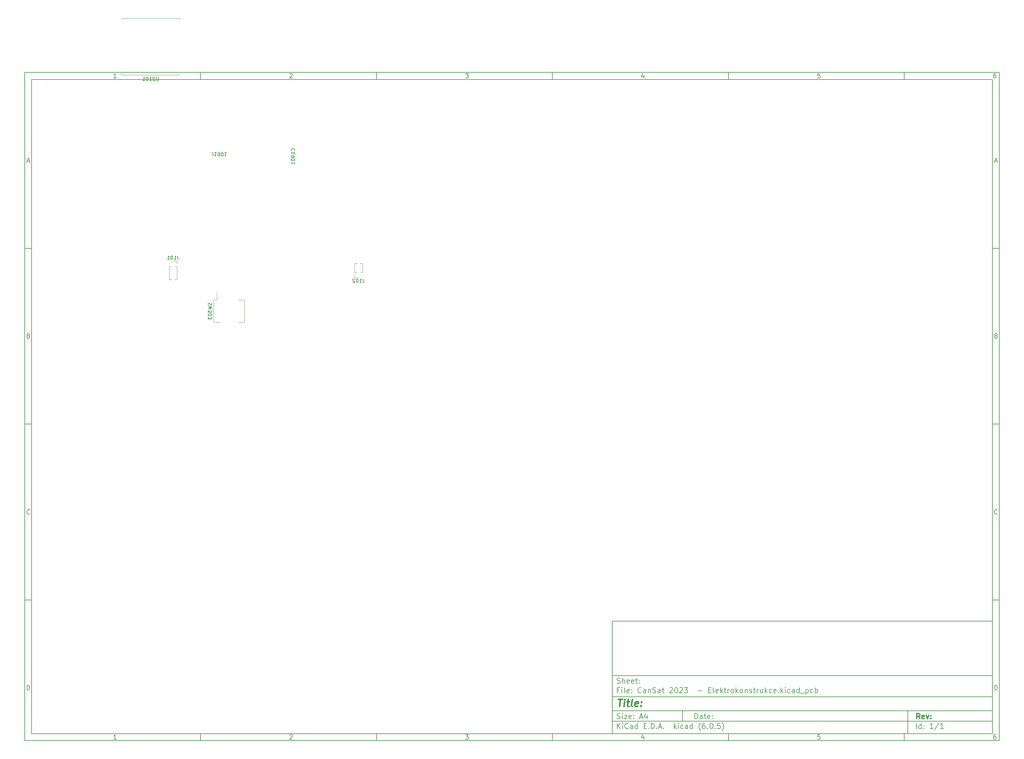
<source format=gbr>
%TF.GenerationSoftware,KiCad,Pcbnew,(6.0.5)*%
%TF.CreationDate,2022-11-07T11:26:13+01:00*%
%TF.ProjectId,CanSat 2023  - Elektrokonstrukce,43616e53-6174-4203-9230-323320202d20,rev?*%
%TF.SameCoordinates,Original*%
%TF.FileFunction,Legend,Bot*%
%TF.FilePolarity,Positive*%
%FSLAX46Y46*%
G04 Gerber Fmt 4.6, Leading zero omitted, Abs format (unit mm)*
G04 Created by KiCad (PCBNEW (6.0.5)) date 2022-11-07 11:26:13*
%MOMM*%
%LPD*%
G01*
G04 APERTURE LIST*
%ADD10C,0.100000*%
%ADD11C,0.150000*%
%ADD12C,0.300000*%
%ADD13C,0.400000*%
%ADD14C,0.120000*%
G04 APERTURE END LIST*
D10*
D11*
X177002200Y-166007200D02*
X177002200Y-198007200D01*
X285002200Y-198007200D01*
X285002200Y-166007200D01*
X177002200Y-166007200D01*
D10*
D11*
X10000000Y-10000000D02*
X10000000Y-200007200D01*
X287002200Y-200007200D01*
X287002200Y-10000000D01*
X10000000Y-10000000D01*
D10*
D11*
X12000000Y-12000000D02*
X12000000Y-198007200D01*
X285002200Y-198007200D01*
X285002200Y-12000000D01*
X12000000Y-12000000D01*
D10*
D11*
X60000000Y-12000000D02*
X60000000Y-10000000D01*
D10*
D11*
X110000000Y-12000000D02*
X110000000Y-10000000D01*
D10*
D11*
X160000000Y-12000000D02*
X160000000Y-10000000D01*
D10*
D11*
X210000000Y-12000000D02*
X210000000Y-10000000D01*
D10*
D11*
X260000000Y-12000000D02*
X260000000Y-10000000D01*
D10*
D11*
X36065476Y-11588095D02*
X35322619Y-11588095D01*
X35694047Y-11588095D02*
X35694047Y-10288095D01*
X35570238Y-10473809D01*
X35446428Y-10597619D01*
X35322619Y-10659523D01*
D10*
D11*
X85322619Y-10411904D02*
X85384523Y-10350000D01*
X85508333Y-10288095D01*
X85817857Y-10288095D01*
X85941666Y-10350000D01*
X86003571Y-10411904D01*
X86065476Y-10535714D01*
X86065476Y-10659523D01*
X86003571Y-10845238D01*
X85260714Y-11588095D01*
X86065476Y-11588095D01*
D10*
D11*
X135260714Y-10288095D02*
X136065476Y-10288095D01*
X135632142Y-10783333D01*
X135817857Y-10783333D01*
X135941666Y-10845238D01*
X136003571Y-10907142D01*
X136065476Y-11030952D01*
X136065476Y-11340476D01*
X136003571Y-11464285D01*
X135941666Y-11526190D01*
X135817857Y-11588095D01*
X135446428Y-11588095D01*
X135322619Y-11526190D01*
X135260714Y-11464285D01*
D10*
D11*
X185941666Y-10721428D02*
X185941666Y-11588095D01*
X185632142Y-10226190D02*
X185322619Y-11154761D01*
X186127380Y-11154761D01*
D10*
D11*
X236003571Y-10288095D02*
X235384523Y-10288095D01*
X235322619Y-10907142D01*
X235384523Y-10845238D01*
X235508333Y-10783333D01*
X235817857Y-10783333D01*
X235941666Y-10845238D01*
X236003571Y-10907142D01*
X236065476Y-11030952D01*
X236065476Y-11340476D01*
X236003571Y-11464285D01*
X235941666Y-11526190D01*
X235817857Y-11588095D01*
X235508333Y-11588095D01*
X235384523Y-11526190D01*
X235322619Y-11464285D01*
D10*
D11*
X285941666Y-10288095D02*
X285694047Y-10288095D01*
X285570238Y-10350000D01*
X285508333Y-10411904D01*
X285384523Y-10597619D01*
X285322619Y-10845238D01*
X285322619Y-11340476D01*
X285384523Y-11464285D01*
X285446428Y-11526190D01*
X285570238Y-11588095D01*
X285817857Y-11588095D01*
X285941666Y-11526190D01*
X286003571Y-11464285D01*
X286065476Y-11340476D01*
X286065476Y-11030952D01*
X286003571Y-10907142D01*
X285941666Y-10845238D01*
X285817857Y-10783333D01*
X285570238Y-10783333D01*
X285446428Y-10845238D01*
X285384523Y-10907142D01*
X285322619Y-11030952D01*
D10*
D11*
X60000000Y-198007200D02*
X60000000Y-200007200D01*
D10*
D11*
X110000000Y-198007200D02*
X110000000Y-200007200D01*
D10*
D11*
X160000000Y-198007200D02*
X160000000Y-200007200D01*
D10*
D11*
X210000000Y-198007200D02*
X210000000Y-200007200D01*
D10*
D11*
X260000000Y-198007200D02*
X260000000Y-200007200D01*
D10*
D11*
X36065476Y-199595295D02*
X35322619Y-199595295D01*
X35694047Y-199595295D02*
X35694047Y-198295295D01*
X35570238Y-198481009D01*
X35446428Y-198604819D01*
X35322619Y-198666723D01*
D10*
D11*
X85322619Y-198419104D02*
X85384523Y-198357200D01*
X85508333Y-198295295D01*
X85817857Y-198295295D01*
X85941666Y-198357200D01*
X86003571Y-198419104D01*
X86065476Y-198542914D01*
X86065476Y-198666723D01*
X86003571Y-198852438D01*
X85260714Y-199595295D01*
X86065476Y-199595295D01*
D10*
D11*
X135260714Y-198295295D02*
X136065476Y-198295295D01*
X135632142Y-198790533D01*
X135817857Y-198790533D01*
X135941666Y-198852438D01*
X136003571Y-198914342D01*
X136065476Y-199038152D01*
X136065476Y-199347676D01*
X136003571Y-199471485D01*
X135941666Y-199533390D01*
X135817857Y-199595295D01*
X135446428Y-199595295D01*
X135322619Y-199533390D01*
X135260714Y-199471485D01*
D10*
D11*
X185941666Y-198728628D02*
X185941666Y-199595295D01*
X185632142Y-198233390D02*
X185322619Y-199161961D01*
X186127380Y-199161961D01*
D10*
D11*
X236003571Y-198295295D02*
X235384523Y-198295295D01*
X235322619Y-198914342D01*
X235384523Y-198852438D01*
X235508333Y-198790533D01*
X235817857Y-198790533D01*
X235941666Y-198852438D01*
X236003571Y-198914342D01*
X236065476Y-199038152D01*
X236065476Y-199347676D01*
X236003571Y-199471485D01*
X235941666Y-199533390D01*
X235817857Y-199595295D01*
X235508333Y-199595295D01*
X235384523Y-199533390D01*
X235322619Y-199471485D01*
D10*
D11*
X285941666Y-198295295D02*
X285694047Y-198295295D01*
X285570238Y-198357200D01*
X285508333Y-198419104D01*
X285384523Y-198604819D01*
X285322619Y-198852438D01*
X285322619Y-199347676D01*
X285384523Y-199471485D01*
X285446428Y-199533390D01*
X285570238Y-199595295D01*
X285817857Y-199595295D01*
X285941666Y-199533390D01*
X286003571Y-199471485D01*
X286065476Y-199347676D01*
X286065476Y-199038152D01*
X286003571Y-198914342D01*
X285941666Y-198852438D01*
X285817857Y-198790533D01*
X285570238Y-198790533D01*
X285446428Y-198852438D01*
X285384523Y-198914342D01*
X285322619Y-199038152D01*
D10*
D11*
X10000000Y-60000000D02*
X12000000Y-60000000D01*
D10*
D11*
X10000000Y-110000000D02*
X12000000Y-110000000D01*
D10*
D11*
X10000000Y-160000000D02*
X12000000Y-160000000D01*
D10*
D11*
X10690476Y-35216666D02*
X11309523Y-35216666D01*
X10566666Y-35588095D02*
X11000000Y-34288095D01*
X11433333Y-35588095D01*
D10*
D11*
X11092857Y-84907142D02*
X11278571Y-84969047D01*
X11340476Y-85030952D01*
X11402380Y-85154761D01*
X11402380Y-85340476D01*
X11340476Y-85464285D01*
X11278571Y-85526190D01*
X11154761Y-85588095D01*
X10659523Y-85588095D01*
X10659523Y-84288095D01*
X11092857Y-84288095D01*
X11216666Y-84350000D01*
X11278571Y-84411904D01*
X11340476Y-84535714D01*
X11340476Y-84659523D01*
X11278571Y-84783333D01*
X11216666Y-84845238D01*
X11092857Y-84907142D01*
X10659523Y-84907142D01*
D10*
D11*
X11402380Y-135464285D02*
X11340476Y-135526190D01*
X11154761Y-135588095D01*
X11030952Y-135588095D01*
X10845238Y-135526190D01*
X10721428Y-135402380D01*
X10659523Y-135278571D01*
X10597619Y-135030952D01*
X10597619Y-134845238D01*
X10659523Y-134597619D01*
X10721428Y-134473809D01*
X10845238Y-134350000D01*
X11030952Y-134288095D01*
X11154761Y-134288095D01*
X11340476Y-134350000D01*
X11402380Y-134411904D01*
D10*
D11*
X10659523Y-185588095D02*
X10659523Y-184288095D01*
X10969047Y-184288095D01*
X11154761Y-184350000D01*
X11278571Y-184473809D01*
X11340476Y-184597619D01*
X11402380Y-184845238D01*
X11402380Y-185030952D01*
X11340476Y-185278571D01*
X11278571Y-185402380D01*
X11154761Y-185526190D01*
X10969047Y-185588095D01*
X10659523Y-185588095D01*
D10*
D11*
X287002200Y-60000000D02*
X285002200Y-60000000D01*
D10*
D11*
X287002200Y-110000000D02*
X285002200Y-110000000D01*
D10*
D11*
X287002200Y-160000000D02*
X285002200Y-160000000D01*
D10*
D11*
X285692676Y-35216666D02*
X286311723Y-35216666D01*
X285568866Y-35588095D02*
X286002200Y-34288095D01*
X286435533Y-35588095D01*
D10*
D11*
X286095057Y-84907142D02*
X286280771Y-84969047D01*
X286342676Y-85030952D01*
X286404580Y-85154761D01*
X286404580Y-85340476D01*
X286342676Y-85464285D01*
X286280771Y-85526190D01*
X286156961Y-85588095D01*
X285661723Y-85588095D01*
X285661723Y-84288095D01*
X286095057Y-84288095D01*
X286218866Y-84350000D01*
X286280771Y-84411904D01*
X286342676Y-84535714D01*
X286342676Y-84659523D01*
X286280771Y-84783333D01*
X286218866Y-84845238D01*
X286095057Y-84907142D01*
X285661723Y-84907142D01*
D10*
D11*
X286404580Y-135464285D02*
X286342676Y-135526190D01*
X286156961Y-135588095D01*
X286033152Y-135588095D01*
X285847438Y-135526190D01*
X285723628Y-135402380D01*
X285661723Y-135278571D01*
X285599819Y-135030952D01*
X285599819Y-134845238D01*
X285661723Y-134597619D01*
X285723628Y-134473809D01*
X285847438Y-134350000D01*
X286033152Y-134288095D01*
X286156961Y-134288095D01*
X286342676Y-134350000D01*
X286404580Y-134411904D01*
D10*
D11*
X285661723Y-185588095D02*
X285661723Y-184288095D01*
X285971247Y-184288095D01*
X286156961Y-184350000D01*
X286280771Y-184473809D01*
X286342676Y-184597619D01*
X286404580Y-184845238D01*
X286404580Y-185030952D01*
X286342676Y-185278571D01*
X286280771Y-185402380D01*
X286156961Y-185526190D01*
X285971247Y-185588095D01*
X285661723Y-185588095D01*
D10*
D11*
X200434342Y-193785771D02*
X200434342Y-192285771D01*
X200791485Y-192285771D01*
X201005771Y-192357200D01*
X201148628Y-192500057D01*
X201220057Y-192642914D01*
X201291485Y-192928628D01*
X201291485Y-193142914D01*
X201220057Y-193428628D01*
X201148628Y-193571485D01*
X201005771Y-193714342D01*
X200791485Y-193785771D01*
X200434342Y-193785771D01*
X202577200Y-193785771D02*
X202577200Y-193000057D01*
X202505771Y-192857200D01*
X202362914Y-192785771D01*
X202077200Y-192785771D01*
X201934342Y-192857200D01*
X202577200Y-193714342D02*
X202434342Y-193785771D01*
X202077200Y-193785771D01*
X201934342Y-193714342D01*
X201862914Y-193571485D01*
X201862914Y-193428628D01*
X201934342Y-193285771D01*
X202077200Y-193214342D01*
X202434342Y-193214342D01*
X202577200Y-193142914D01*
X203077200Y-192785771D02*
X203648628Y-192785771D01*
X203291485Y-192285771D02*
X203291485Y-193571485D01*
X203362914Y-193714342D01*
X203505771Y-193785771D01*
X203648628Y-193785771D01*
X204720057Y-193714342D02*
X204577200Y-193785771D01*
X204291485Y-193785771D01*
X204148628Y-193714342D01*
X204077200Y-193571485D01*
X204077200Y-193000057D01*
X204148628Y-192857200D01*
X204291485Y-192785771D01*
X204577200Y-192785771D01*
X204720057Y-192857200D01*
X204791485Y-193000057D01*
X204791485Y-193142914D01*
X204077200Y-193285771D01*
X205434342Y-193642914D02*
X205505771Y-193714342D01*
X205434342Y-193785771D01*
X205362914Y-193714342D01*
X205434342Y-193642914D01*
X205434342Y-193785771D01*
X205434342Y-192857200D02*
X205505771Y-192928628D01*
X205434342Y-193000057D01*
X205362914Y-192928628D01*
X205434342Y-192857200D01*
X205434342Y-193000057D01*
D10*
D11*
X177002200Y-194507200D02*
X285002200Y-194507200D01*
D10*
D11*
X178434342Y-196585771D02*
X178434342Y-195085771D01*
X179291485Y-196585771D02*
X178648628Y-195728628D01*
X179291485Y-195085771D02*
X178434342Y-195942914D01*
X179934342Y-196585771D02*
X179934342Y-195585771D01*
X179934342Y-195085771D02*
X179862914Y-195157200D01*
X179934342Y-195228628D01*
X180005771Y-195157200D01*
X179934342Y-195085771D01*
X179934342Y-195228628D01*
X181505771Y-196442914D02*
X181434342Y-196514342D01*
X181220057Y-196585771D01*
X181077200Y-196585771D01*
X180862914Y-196514342D01*
X180720057Y-196371485D01*
X180648628Y-196228628D01*
X180577200Y-195942914D01*
X180577200Y-195728628D01*
X180648628Y-195442914D01*
X180720057Y-195300057D01*
X180862914Y-195157200D01*
X181077200Y-195085771D01*
X181220057Y-195085771D01*
X181434342Y-195157200D01*
X181505771Y-195228628D01*
X182791485Y-196585771D02*
X182791485Y-195800057D01*
X182720057Y-195657200D01*
X182577200Y-195585771D01*
X182291485Y-195585771D01*
X182148628Y-195657200D01*
X182791485Y-196514342D02*
X182648628Y-196585771D01*
X182291485Y-196585771D01*
X182148628Y-196514342D01*
X182077200Y-196371485D01*
X182077200Y-196228628D01*
X182148628Y-196085771D01*
X182291485Y-196014342D01*
X182648628Y-196014342D01*
X182791485Y-195942914D01*
X184148628Y-196585771D02*
X184148628Y-195085771D01*
X184148628Y-196514342D02*
X184005771Y-196585771D01*
X183720057Y-196585771D01*
X183577200Y-196514342D01*
X183505771Y-196442914D01*
X183434342Y-196300057D01*
X183434342Y-195871485D01*
X183505771Y-195728628D01*
X183577200Y-195657200D01*
X183720057Y-195585771D01*
X184005771Y-195585771D01*
X184148628Y-195657200D01*
X186005771Y-195800057D02*
X186505771Y-195800057D01*
X186720057Y-196585771D02*
X186005771Y-196585771D01*
X186005771Y-195085771D01*
X186720057Y-195085771D01*
X187362914Y-196442914D02*
X187434342Y-196514342D01*
X187362914Y-196585771D01*
X187291485Y-196514342D01*
X187362914Y-196442914D01*
X187362914Y-196585771D01*
X188077200Y-196585771D02*
X188077200Y-195085771D01*
X188434342Y-195085771D01*
X188648628Y-195157200D01*
X188791485Y-195300057D01*
X188862914Y-195442914D01*
X188934342Y-195728628D01*
X188934342Y-195942914D01*
X188862914Y-196228628D01*
X188791485Y-196371485D01*
X188648628Y-196514342D01*
X188434342Y-196585771D01*
X188077200Y-196585771D01*
X189577200Y-196442914D02*
X189648628Y-196514342D01*
X189577200Y-196585771D01*
X189505771Y-196514342D01*
X189577200Y-196442914D01*
X189577200Y-196585771D01*
X190220057Y-196157200D02*
X190934342Y-196157200D01*
X190077200Y-196585771D02*
X190577200Y-195085771D01*
X191077200Y-196585771D01*
X191577200Y-196442914D02*
X191648628Y-196514342D01*
X191577200Y-196585771D01*
X191505771Y-196514342D01*
X191577200Y-196442914D01*
X191577200Y-196585771D01*
X194577200Y-196585771D02*
X194577200Y-195085771D01*
X194720057Y-196014342D02*
X195148628Y-196585771D01*
X195148628Y-195585771D02*
X194577200Y-196157200D01*
X195791485Y-196585771D02*
X195791485Y-195585771D01*
X195791485Y-195085771D02*
X195720057Y-195157200D01*
X195791485Y-195228628D01*
X195862914Y-195157200D01*
X195791485Y-195085771D01*
X195791485Y-195228628D01*
X197148628Y-196514342D02*
X197005771Y-196585771D01*
X196720057Y-196585771D01*
X196577200Y-196514342D01*
X196505771Y-196442914D01*
X196434342Y-196300057D01*
X196434342Y-195871485D01*
X196505771Y-195728628D01*
X196577200Y-195657200D01*
X196720057Y-195585771D01*
X197005771Y-195585771D01*
X197148628Y-195657200D01*
X198434342Y-196585771D02*
X198434342Y-195800057D01*
X198362914Y-195657200D01*
X198220057Y-195585771D01*
X197934342Y-195585771D01*
X197791485Y-195657200D01*
X198434342Y-196514342D02*
X198291485Y-196585771D01*
X197934342Y-196585771D01*
X197791485Y-196514342D01*
X197720057Y-196371485D01*
X197720057Y-196228628D01*
X197791485Y-196085771D01*
X197934342Y-196014342D01*
X198291485Y-196014342D01*
X198434342Y-195942914D01*
X199791485Y-196585771D02*
X199791485Y-195085771D01*
X199791485Y-196514342D02*
X199648628Y-196585771D01*
X199362914Y-196585771D01*
X199220057Y-196514342D01*
X199148628Y-196442914D01*
X199077200Y-196300057D01*
X199077200Y-195871485D01*
X199148628Y-195728628D01*
X199220057Y-195657200D01*
X199362914Y-195585771D01*
X199648628Y-195585771D01*
X199791485Y-195657200D01*
X202077200Y-197157200D02*
X202005771Y-197085771D01*
X201862914Y-196871485D01*
X201791485Y-196728628D01*
X201720057Y-196514342D01*
X201648628Y-196157200D01*
X201648628Y-195871485D01*
X201720057Y-195514342D01*
X201791485Y-195300057D01*
X201862914Y-195157200D01*
X202005771Y-194942914D01*
X202077200Y-194871485D01*
X203291485Y-195085771D02*
X203005771Y-195085771D01*
X202862914Y-195157200D01*
X202791485Y-195228628D01*
X202648628Y-195442914D01*
X202577200Y-195728628D01*
X202577200Y-196300057D01*
X202648628Y-196442914D01*
X202720057Y-196514342D01*
X202862914Y-196585771D01*
X203148628Y-196585771D01*
X203291485Y-196514342D01*
X203362914Y-196442914D01*
X203434342Y-196300057D01*
X203434342Y-195942914D01*
X203362914Y-195800057D01*
X203291485Y-195728628D01*
X203148628Y-195657200D01*
X202862914Y-195657200D01*
X202720057Y-195728628D01*
X202648628Y-195800057D01*
X202577200Y-195942914D01*
X204077200Y-196442914D02*
X204148628Y-196514342D01*
X204077200Y-196585771D01*
X204005771Y-196514342D01*
X204077200Y-196442914D01*
X204077200Y-196585771D01*
X205077200Y-195085771D02*
X205220057Y-195085771D01*
X205362914Y-195157200D01*
X205434342Y-195228628D01*
X205505771Y-195371485D01*
X205577200Y-195657200D01*
X205577200Y-196014342D01*
X205505771Y-196300057D01*
X205434342Y-196442914D01*
X205362914Y-196514342D01*
X205220057Y-196585771D01*
X205077200Y-196585771D01*
X204934342Y-196514342D01*
X204862914Y-196442914D01*
X204791485Y-196300057D01*
X204720057Y-196014342D01*
X204720057Y-195657200D01*
X204791485Y-195371485D01*
X204862914Y-195228628D01*
X204934342Y-195157200D01*
X205077200Y-195085771D01*
X206220057Y-196442914D02*
X206291485Y-196514342D01*
X206220057Y-196585771D01*
X206148628Y-196514342D01*
X206220057Y-196442914D01*
X206220057Y-196585771D01*
X207648628Y-195085771D02*
X206934342Y-195085771D01*
X206862914Y-195800057D01*
X206934342Y-195728628D01*
X207077200Y-195657200D01*
X207434342Y-195657200D01*
X207577200Y-195728628D01*
X207648628Y-195800057D01*
X207720057Y-195942914D01*
X207720057Y-196300057D01*
X207648628Y-196442914D01*
X207577200Y-196514342D01*
X207434342Y-196585771D01*
X207077200Y-196585771D01*
X206934342Y-196514342D01*
X206862914Y-196442914D01*
X208220057Y-197157200D02*
X208291485Y-197085771D01*
X208434342Y-196871485D01*
X208505771Y-196728628D01*
X208577200Y-196514342D01*
X208648628Y-196157200D01*
X208648628Y-195871485D01*
X208577200Y-195514342D01*
X208505771Y-195300057D01*
X208434342Y-195157200D01*
X208291485Y-194942914D01*
X208220057Y-194871485D01*
D10*
D11*
X177002200Y-191507200D02*
X285002200Y-191507200D01*
D10*
D12*
X264411485Y-193785771D02*
X263911485Y-193071485D01*
X263554342Y-193785771D02*
X263554342Y-192285771D01*
X264125771Y-192285771D01*
X264268628Y-192357200D01*
X264340057Y-192428628D01*
X264411485Y-192571485D01*
X264411485Y-192785771D01*
X264340057Y-192928628D01*
X264268628Y-193000057D01*
X264125771Y-193071485D01*
X263554342Y-193071485D01*
X265625771Y-193714342D02*
X265482914Y-193785771D01*
X265197200Y-193785771D01*
X265054342Y-193714342D01*
X264982914Y-193571485D01*
X264982914Y-193000057D01*
X265054342Y-192857200D01*
X265197200Y-192785771D01*
X265482914Y-192785771D01*
X265625771Y-192857200D01*
X265697200Y-193000057D01*
X265697200Y-193142914D01*
X264982914Y-193285771D01*
X266197200Y-192785771D02*
X266554342Y-193785771D01*
X266911485Y-192785771D01*
X267482914Y-193642914D02*
X267554342Y-193714342D01*
X267482914Y-193785771D01*
X267411485Y-193714342D01*
X267482914Y-193642914D01*
X267482914Y-193785771D01*
X267482914Y-192857200D02*
X267554342Y-192928628D01*
X267482914Y-193000057D01*
X267411485Y-192928628D01*
X267482914Y-192857200D01*
X267482914Y-193000057D01*
D10*
D11*
X178362914Y-193714342D02*
X178577200Y-193785771D01*
X178934342Y-193785771D01*
X179077200Y-193714342D01*
X179148628Y-193642914D01*
X179220057Y-193500057D01*
X179220057Y-193357200D01*
X179148628Y-193214342D01*
X179077200Y-193142914D01*
X178934342Y-193071485D01*
X178648628Y-193000057D01*
X178505771Y-192928628D01*
X178434342Y-192857200D01*
X178362914Y-192714342D01*
X178362914Y-192571485D01*
X178434342Y-192428628D01*
X178505771Y-192357200D01*
X178648628Y-192285771D01*
X179005771Y-192285771D01*
X179220057Y-192357200D01*
X179862914Y-193785771D02*
X179862914Y-192785771D01*
X179862914Y-192285771D02*
X179791485Y-192357200D01*
X179862914Y-192428628D01*
X179934342Y-192357200D01*
X179862914Y-192285771D01*
X179862914Y-192428628D01*
X180434342Y-192785771D02*
X181220057Y-192785771D01*
X180434342Y-193785771D01*
X181220057Y-193785771D01*
X182362914Y-193714342D02*
X182220057Y-193785771D01*
X181934342Y-193785771D01*
X181791485Y-193714342D01*
X181720057Y-193571485D01*
X181720057Y-193000057D01*
X181791485Y-192857200D01*
X181934342Y-192785771D01*
X182220057Y-192785771D01*
X182362914Y-192857200D01*
X182434342Y-193000057D01*
X182434342Y-193142914D01*
X181720057Y-193285771D01*
X183077200Y-193642914D02*
X183148628Y-193714342D01*
X183077200Y-193785771D01*
X183005771Y-193714342D01*
X183077200Y-193642914D01*
X183077200Y-193785771D01*
X183077200Y-192857200D02*
X183148628Y-192928628D01*
X183077200Y-193000057D01*
X183005771Y-192928628D01*
X183077200Y-192857200D01*
X183077200Y-193000057D01*
X184862914Y-193357200D02*
X185577200Y-193357200D01*
X184720057Y-193785771D02*
X185220057Y-192285771D01*
X185720057Y-193785771D01*
X186862914Y-192785771D02*
X186862914Y-193785771D01*
X186505771Y-192214342D02*
X186148628Y-193285771D01*
X187077200Y-193285771D01*
D10*
D11*
X263434342Y-196585771D02*
X263434342Y-195085771D01*
X264791485Y-196585771D02*
X264791485Y-195085771D01*
X264791485Y-196514342D02*
X264648628Y-196585771D01*
X264362914Y-196585771D01*
X264220057Y-196514342D01*
X264148628Y-196442914D01*
X264077200Y-196300057D01*
X264077200Y-195871485D01*
X264148628Y-195728628D01*
X264220057Y-195657200D01*
X264362914Y-195585771D01*
X264648628Y-195585771D01*
X264791485Y-195657200D01*
X265505771Y-196442914D02*
X265577200Y-196514342D01*
X265505771Y-196585771D01*
X265434342Y-196514342D01*
X265505771Y-196442914D01*
X265505771Y-196585771D01*
X265505771Y-195657200D02*
X265577200Y-195728628D01*
X265505771Y-195800057D01*
X265434342Y-195728628D01*
X265505771Y-195657200D01*
X265505771Y-195800057D01*
X268148628Y-196585771D02*
X267291485Y-196585771D01*
X267720057Y-196585771D02*
X267720057Y-195085771D01*
X267577200Y-195300057D01*
X267434342Y-195442914D01*
X267291485Y-195514342D01*
X269862914Y-195014342D02*
X268577200Y-196942914D01*
X271148628Y-196585771D02*
X270291485Y-196585771D01*
X270720057Y-196585771D02*
X270720057Y-195085771D01*
X270577200Y-195300057D01*
X270434342Y-195442914D01*
X270291485Y-195514342D01*
D10*
D11*
X177002200Y-187507200D02*
X285002200Y-187507200D01*
D10*
D13*
X178714580Y-188211961D02*
X179857438Y-188211961D01*
X179036009Y-190211961D02*
X179286009Y-188211961D01*
X180274104Y-190211961D02*
X180440771Y-188878628D01*
X180524104Y-188211961D02*
X180416961Y-188307200D01*
X180500295Y-188402438D01*
X180607438Y-188307200D01*
X180524104Y-188211961D01*
X180500295Y-188402438D01*
X181107438Y-188878628D02*
X181869342Y-188878628D01*
X181476485Y-188211961D02*
X181262200Y-189926247D01*
X181333628Y-190116723D01*
X181512200Y-190211961D01*
X181702676Y-190211961D01*
X182655057Y-190211961D02*
X182476485Y-190116723D01*
X182405057Y-189926247D01*
X182619342Y-188211961D01*
X184190771Y-190116723D02*
X183988390Y-190211961D01*
X183607438Y-190211961D01*
X183428866Y-190116723D01*
X183357438Y-189926247D01*
X183452676Y-189164342D01*
X183571723Y-188973866D01*
X183774104Y-188878628D01*
X184155057Y-188878628D01*
X184333628Y-188973866D01*
X184405057Y-189164342D01*
X184381247Y-189354819D01*
X183405057Y-189545295D01*
X185155057Y-190021485D02*
X185238390Y-190116723D01*
X185131247Y-190211961D01*
X185047914Y-190116723D01*
X185155057Y-190021485D01*
X185131247Y-190211961D01*
X185286009Y-188973866D02*
X185369342Y-189069104D01*
X185262200Y-189164342D01*
X185178866Y-189069104D01*
X185286009Y-188973866D01*
X185262200Y-189164342D01*
D10*
D11*
X178934342Y-185600057D02*
X178434342Y-185600057D01*
X178434342Y-186385771D02*
X178434342Y-184885771D01*
X179148628Y-184885771D01*
X179720057Y-186385771D02*
X179720057Y-185385771D01*
X179720057Y-184885771D02*
X179648628Y-184957200D01*
X179720057Y-185028628D01*
X179791485Y-184957200D01*
X179720057Y-184885771D01*
X179720057Y-185028628D01*
X180648628Y-186385771D02*
X180505771Y-186314342D01*
X180434342Y-186171485D01*
X180434342Y-184885771D01*
X181791485Y-186314342D02*
X181648628Y-186385771D01*
X181362914Y-186385771D01*
X181220057Y-186314342D01*
X181148628Y-186171485D01*
X181148628Y-185600057D01*
X181220057Y-185457200D01*
X181362914Y-185385771D01*
X181648628Y-185385771D01*
X181791485Y-185457200D01*
X181862914Y-185600057D01*
X181862914Y-185742914D01*
X181148628Y-185885771D01*
X182505771Y-186242914D02*
X182577200Y-186314342D01*
X182505771Y-186385771D01*
X182434342Y-186314342D01*
X182505771Y-186242914D01*
X182505771Y-186385771D01*
X182505771Y-185457200D02*
X182577200Y-185528628D01*
X182505771Y-185600057D01*
X182434342Y-185528628D01*
X182505771Y-185457200D01*
X182505771Y-185600057D01*
X185220057Y-186242914D02*
X185148628Y-186314342D01*
X184934342Y-186385771D01*
X184791485Y-186385771D01*
X184577200Y-186314342D01*
X184434342Y-186171485D01*
X184362914Y-186028628D01*
X184291485Y-185742914D01*
X184291485Y-185528628D01*
X184362914Y-185242914D01*
X184434342Y-185100057D01*
X184577200Y-184957200D01*
X184791485Y-184885771D01*
X184934342Y-184885771D01*
X185148628Y-184957200D01*
X185220057Y-185028628D01*
X186505771Y-186385771D02*
X186505771Y-185600057D01*
X186434342Y-185457200D01*
X186291485Y-185385771D01*
X186005771Y-185385771D01*
X185862914Y-185457200D01*
X186505771Y-186314342D02*
X186362914Y-186385771D01*
X186005771Y-186385771D01*
X185862914Y-186314342D01*
X185791485Y-186171485D01*
X185791485Y-186028628D01*
X185862914Y-185885771D01*
X186005771Y-185814342D01*
X186362914Y-185814342D01*
X186505771Y-185742914D01*
X187220057Y-185385771D02*
X187220057Y-186385771D01*
X187220057Y-185528628D02*
X187291485Y-185457200D01*
X187434342Y-185385771D01*
X187648628Y-185385771D01*
X187791485Y-185457200D01*
X187862914Y-185600057D01*
X187862914Y-186385771D01*
X188505771Y-186314342D02*
X188720057Y-186385771D01*
X189077200Y-186385771D01*
X189220057Y-186314342D01*
X189291485Y-186242914D01*
X189362914Y-186100057D01*
X189362914Y-185957200D01*
X189291485Y-185814342D01*
X189220057Y-185742914D01*
X189077200Y-185671485D01*
X188791485Y-185600057D01*
X188648628Y-185528628D01*
X188577200Y-185457200D01*
X188505771Y-185314342D01*
X188505771Y-185171485D01*
X188577200Y-185028628D01*
X188648628Y-184957200D01*
X188791485Y-184885771D01*
X189148628Y-184885771D01*
X189362914Y-184957200D01*
X190648628Y-186385771D02*
X190648628Y-185600057D01*
X190577200Y-185457200D01*
X190434342Y-185385771D01*
X190148628Y-185385771D01*
X190005771Y-185457200D01*
X190648628Y-186314342D02*
X190505771Y-186385771D01*
X190148628Y-186385771D01*
X190005771Y-186314342D01*
X189934342Y-186171485D01*
X189934342Y-186028628D01*
X190005771Y-185885771D01*
X190148628Y-185814342D01*
X190505771Y-185814342D01*
X190648628Y-185742914D01*
X191148628Y-185385771D02*
X191720057Y-185385771D01*
X191362914Y-184885771D02*
X191362914Y-186171485D01*
X191434342Y-186314342D01*
X191577200Y-186385771D01*
X191720057Y-186385771D01*
X193291485Y-185028628D02*
X193362914Y-184957200D01*
X193505771Y-184885771D01*
X193862914Y-184885771D01*
X194005771Y-184957200D01*
X194077200Y-185028628D01*
X194148628Y-185171485D01*
X194148628Y-185314342D01*
X194077200Y-185528628D01*
X193220057Y-186385771D01*
X194148628Y-186385771D01*
X195077200Y-184885771D02*
X195220057Y-184885771D01*
X195362914Y-184957200D01*
X195434342Y-185028628D01*
X195505771Y-185171485D01*
X195577200Y-185457200D01*
X195577200Y-185814342D01*
X195505771Y-186100057D01*
X195434342Y-186242914D01*
X195362914Y-186314342D01*
X195220057Y-186385771D01*
X195077200Y-186385771D01*
X194934342Y-186314342D01*
X194862914Y-186242914D01*
X194791485Y-186100057D01*
X194720057Y-185814342D01*
X194720057Y-185457200D01*
X194791485Y-185171485D01*
X194862914Y-185028628D01*
X194934342Y-184957200D01*
X195077200Y-184885771D01*
X196148628Y-185028628D02*
X196220057Y-184957200D01*
X196362914Y-184885771D01*
X196720057Y-184885771D01*
X196862914Y-184957200D01*
X196934342Y-185028628D01*
X197005771Y-185171485D01*
X197005771Y-185314342D01*
X196934342Y-185528628D01*
X196077200Y-186385771D01*
X197005771Y-186385771D01*
X197505771Y-184885771D02*
X198434342Y-184885771D01*
X197934342Y-185457200D01*
X198148628Y-185457200D01*
X198291485Y-185528628D01*
X198362914Y-185600057D01*
X198434342Y-185742914D01*
X198434342Y-186100057D01*
X198362914Y-186242914D01*
X198291485Y-186314342D01*
X198148628Y-186385771D01*
X197720057Y-186385771D01*
X197577200Y-186314342D01*
X197505771Y-186242914D01*
X201362914Y-185814342D02*
X202505771Y-185814342D01*
X204362914Y-185600057D02*
X204862914Y-185600057D01*
X205077200Y-186385771D02*
X204362914Y-186385771D01*
X204362914Y-184885771D01*
X205077200Y-184885771D01*
X205934342Y-186385771D02*
X205791485Y-186314342D01*
X205720057Y-186171485D01*
X205720057Y-184885771D01*
X207077200Y-186314342D02*
X206934342Y-186385771D01*
X206648628Y-186385771D01*
X206505771Y-186314342D01*
X206434342Y-186171485D01*
X206434342Y-185600057D01*
X206505771Y-185457200D01*
X206648628Y-185385771D01*
X206934342Y-185385771D01*
X207077200Y-185457200D01*
X207148628Y-185600057D01*
X207148628Y-185742914D01*
X206434342Y-185885771D01*
X207791485Y-186385771D02*
X207791485Y-184885771D01*
X207934342Y-185814342D02*
X208362914Y-186385771D01*
X208362914Y-185385771D02*
X207791485Y-185957200D01*
X208791485Y-185385771D02*
X209362914Y-185385771D01*
X209005771Y-184885771D02*
X209005771Y-186171485D01*
X209077200Y-186314342D01*
X209220057Y-186385771D01*
X209362914Y-186385771D01*
X209862914Y-186385771D02*
X209862914Y-185385771D01*
X209862914Y-185671485D02*
X209934342Y-185528628D01*
X210005771Y-185457200D01*
X210148628Y-185385771D01*
X210291485Y-185385771D01*
X211005771Y-186385771D02*
X210862914Y-186314342D01*
X210791485Y-186242914D01*
X210720057Y-186100057D01*
X210720057Y-185671485D01*
X210791485Y-185528628D01*
X210862914Y-185457200D01*
X211005771Y-185385771D01*
X211220057Y-185385771D01*
X211362914Y-185457200D01*
X211434342Y-185528628D01*
X211505771Y-185671485D01*
X211505771Y-186100057D01*
X211434342Y-186242914D01*
X211362914Y-186314342D01*
X211220057Y-186385771D01*
X211005771Y-186385771D01*
X212148628Y-186385771D02*
X212148628Y-184885771D01*
X212291485Y-185814342D02*
X212720057Y-186385771D01*
X212720057Y-185385771D02*
X212148628Y-185957200D01*
X213577200Y-186385771D02*
X213434342Y-186314342D01*
X213362914Y-186242914D01*
X213291485Y-186100057D01*
X213291485Y-185671485D01*
X213362914Y-185528628D01*
X213434342Y-185457200D01*
X213577200Y-185385771D01*
X213791485Y-185385771D01*
X213934342Y-185457200D01*
X214005771Y-185528628D01*
X214077200Y-185671485D01*
X214077200Y-186100057D01*
X214005771Y-186242914D01*
X213934342Y-186314342D01*
X213791485Y-186385771D01*
X213577200Y-186385771D01*
X214720057Y-185385771D02*
X214720057Y-186385771D01*
X214720057Y-185528628D02*
X214791485Y-185457200D01*
X214934342Y-185385771D01*
X215148628Y-185385771D01*
X215291485Y-185457200D01*
X215362914Y-185600057D01*
X215362914Y-186385771D01*
X216005771Y-186314342D02*
X216148628Y-186385771D01*
X216434342Y-186385771D01*
X216577200Y-186314342D01*
X216648628Y-186171485D01*
X216648628Y-186100057D01*
X216577200Y-185957200D01*
X216434342Y-185885771D01*
X216220057Y-185885771D01*
X216077200Y-185814342D01*
X216005771Y-185671485D01*
X216005771Y-185600057D01*
X216077200Y-185457200D01*
X216220057Y-185385771D01*
X216434342Y-185385771D01*
X216577200Y-185457200D01*
X217077200Y-185385771D02*
X217648628Y-185385771D01*
X217291485Y-184885771D02*
X217291485Y-186171485D01*
X217362914Y-186314342D01*
X217505771Y-186385771D01*
X217648628Y-186385771D01*
X218148628Y-186385771D02*
X218148628Y-185385771D01*
X218148628Y-185671485D02*
X218220057Y-185528628D01*
X218291485Y-185457200D01*
X218434342Y-185385771D01*
X218577200Y-185385771D01*
X219720057Y-185385771D02*
X219720057Y-186385771D01*
X219077200Y-185385771D02*
X219077200Y-186171485D01*
X219148628Y-186314342D01*
X219291485Y-186385771D01*
X219505771Y-186385771D01*
X219648628Y-186314342D01*
X219720057Y-186242914D01*
X220434342Y-186385771D02*
X220434342Y-184885771D01*
X220577200Y-185814342D02*
X221005771Y-186385771D01*
X221005771Y-185385771D02*
X220434342Y-185957200D01*
X222291485Y-186314342D02*
X222148628Y-186385771D01*
X221862914Y-186385771D01*
X221720057Y-186314342D01*
X221648628Y-186242914D01*
X221577200Y-186100057D01*
X221577200Y-185671485D01*
X221648628Y-185528628D01*
X221720057Y-185457200D01*
X221862914Y-185385771D01*
X222148628Y-185385771D01*
X222291485Y-185457200D01*
X223505771Y-186314342D02*
X223362914Y-186385771D01*
X223077200Y-186385771D01*
X222934342Y-186314342D01*
X222862914Y-186171485D01*
X222862914Y-185600057D01*
X222934342Y-185457200D01*
X223077200Y-185385771D01*
X223362914Y-185385771D01*
X223505771Y-185457200D01*
X223577200Y-185600057D01*
X223577200Y-185742914D01*
X222862914Y-185885771D01*
X224220057Y-186242914D02*
X224291485Y-186314342D01*
X224220057Y-186385771D01*
X224148628Y-186314342D01*
X224220057Y-186242914D01*
X224220057Y-186385771D01*
X224934342Y-186385771D02*
X224934342Y-184885771D01*
X225077200Y-185814342D02*
X225505771Y-186385771D01*
X225505771Y-185385771D02*
X224934342Y-185957200D01*
X226148628Y-186385771D02*
X226148628Y-185385771D01*
X226148628Y-184885771D02*
X226077200Y-184957200D01*
X226148628Y-185028628D01*
X226220057Y-184957200D01*
X226148628Y-184885771D01*
X226148628Y-185028628D01*
X227505771Y-186314342D02*
X227362914Y-186385771D01*
X227077200Y-186385771D01*
X226934342Y-186314342D01*
X226862914Y-186242914D01*
X226791485Y-186100057D01*
X226791485Y-185671485D01*
X226862914Y-185528628D01*
X226934342Y-185457200D01*
X227077200Y-185385771D01*
X227362914Y-185385771D01*
X227505771Y-185457200D01*
X228791485Y-186385771D02*
X228791485Y-185600057D01*
X228720057Y-185457200D01*
X228577200Y-185385771D01*
X228291485Y-185385771D01*
X228148628Y-185457200D01*
X228791485Y-186314342D02*
X228648628Y-186385771D01*
X228291485Y-186385771D01*
X228148628Y-186314342D01*
X228077200Y-186171485D01*
X228077200Y-186028628D01*
X228148628Y-185885771D01*
X228291485Y-185814342D01*
X228648628Y-185814342D01*
X228791485Y-185742914D01*
X230148628Y-186385771D02*
X230148628Y-184885771D01*
X230148628Y-186314342D02*
X230005771Y-186385771D01*
X229720057Y-186385771D01*
X229577200Y-186314342D01*
X229505771Y-186242914D01*
X229434342Y-186100057D01*
X229434342Y-185671485D01*
X229505771Y-185528628D01*
X229577200Y-185457200D01*
X229720057Y-185385771D01*
X230005771Y-185385771D01*
X230148628Y-185457200D01*
X230505771Y-186528628D02*
X231648628Y-186528628D01*
X232005771Y-185385771D02*
X232005771Y-186885771D01*
X232005771Y-185457200D02*
X232148628Y-185385771D01*
X232434342Y-185385771D01*
X232577200Y-185457200D01*
X232648628Y-185528628D01*
X232720057Y-185671485D01*
X232720057Y-186100057D01*
X232648628Y-186242914D01*
X232577200Y-186314342D01*
X232434342Y-186385771D01*
X232148628Y-186385771D01*
X232005771Y-186314342D01*
X234005771Y-186314342D02*
X233862914Y-186385771D01*
X233577200Y-186385771D01*
X233434342Y-186314342D01*
X233362914Y-186242914D01*
X233291485Y-186100057D01*
X233291485Y-185671485D01*
X233362914Y-185528628D01*
X233434342Y-185457200D01*
X233577200Y-185385771D01*
X233862914Y-185385771D01*
X234005771Y-185457200D01*
X234648628Y-186385771D02*
X234648628Y-184885771D01*
X234648628Y-185457200D02*
X234791485Y-185385771D01*
X235077200Y-185385771D01*
X235220057Y-185457200D01*
X235291485Y-185528628D01*
X235362914Y-185671485D01*
X235362914Y-186100057D01*
X235291485Y-186242914D01*
X235220057Y-186314342D01*
X235077200Y-186385771D01*
X234791485Y-186385771D01*
X234648628Y-186314342D01*
D10*
D11*
X177002200Y-181507200D02*
X285002200Y-181507200D01*
D10*
D11*
X178362914Y-183614342D02*
X178577200Y-183685771D01*
X178934342Y-183685771D01*
X179077200Y-183614342D01*
X179148628Y-183542914D01*
X179220057Y-183400057D01*
X179220057Y-183257200D01*
X179148628Y-183114342D01*
X179077200Y-183042914D01*
X178934342Y-182971485D01*
X178648628Y-182900057D01*
X178505771Y-182828628D01*
X178434342Y-182757200D01*
X178362914Y-182614342D01*
X178362914Y-182471485D01*
X178434342Y-182328628D01*
X178505771Y-182257200D01*
X178648628Y-182185771D01*
X179005771Y-182185771D01*
X179220057Y-182257200D01*
X179862914Y-183685771D02*
X179862914Y-182185771D01*
X180505771Y-183685771D02*
X180505771Y-182900057D01*
X180434342Y-182757200D01*
X180291485Y-182685771D01*
X180077200Y-182685771D01*
X179934342Y-182757200D01*
X179862914Y-182828628D01*
X181791485Y-183614342D02*
X181648628Y-183685771D01*
X181362914Y-183685771D01*
X181220057Y-183614342D01*
X181148628Y-183471485D01*
X181148628Y-182900057D01*
X181220057Y-182757200D01*
X181362914Y-182685771D01*
X181648628Y-182685771D01*
X181791485Y-182757200D01*
X181862914Y-182900057D01*
X181862914Y-183042914D01*
X181148628Y-183185771D01*
X183077200Y-183614342D02*
X182934342Y-183685771D01*
X182648628Y-183685771D01*
X182505771Y-183614342D01*
X182434342Y-183471485D01*
X182434342Y-182900057D01*
X182505771Y-182757200D01*
X182648628Y-182685771D01*
X182934342Y-182685771D01*
X183077200Y-182757200D01*
X183148628Y-182900057D01*
X183148628Y-183042914D01*
X182434342Y-183185771D01*
X183577200Y-182685771D02*
X184148628Y-182685771D01*
X183791485Y-182185771D02*
X183791485Y-183471485D01*
X183862914Y-183614342D01*
X184005771Y-183685771D01*
X184148628Y-183685771D01*
X184648628Y-183542914D02*
X184720057Y-183614342D01*
X184648628Y-183685771D01*
X184577200Y-183614342D01*
X184648628Y-183542914D01*
X184648628Y-183685771D01*
X184648628Y-182757200D02*
X184720057Y-182828628D01*
X184648628Y-182900057D01*
X184577200Y-182828628D01*
X184648628Y-182757200D01*
X184648628Y-182900057D01*
D10*
D12*
D10*
D11*
D10*
D11*
D10*
D11*
D10*
D11*
D10*
D11*
X197002200Y-191507200D02*
X197002200Y-194507200D01*
D10*
D11*
X261002200Y-191507200D02*
X261002200Y-198007200D01*
%TO.C,J1901*%
X63538095Y-33797619D02*
X63538095Y-33083333D01*
X63490476Y-32940476D01*
X63395238Y-32845238D01*
X63252380Y-32797619D01*
X63157142Y-32797619D01*
X64538095Y-32797619D02*
X63966666Y-32797619D01*
X64252380Y-32797619D02*
X64252380Y-33797619D01*
X64157142Y-33654761D01*
X64061904Y-33559523D01*
X63966666Y-33511904D01*
X65014285Y-32797619D02*
X65204761Y-32797619D01*
X65300000Y-32845238D01*
X65347619Y-32892857D01*
X65442857Y-33035714D01*
X65490476Y-33226190D01*
X65490476Y-33607142D01*
X65442857Y-33702380D01*
X65395238Y-33750000D01*
X65300000Y-33797619D01*
X65109523Y-33797619D01*
X65014285Y-33750000D01*
X64966666Y-33702380D01*
X64919047Y-33607142D01*
X64919047Y-33369047D01*
X64966666Y-33273809D01*
X65014285Y-33226190D01*
X65109523Y-33178571D01*
X65300000Y-33178571D01*
X65395238Y-33226190D01*
X65442857Y-33273809D01*
X65490476Y-33369047D01*
X66109523Y-33797619D02*
X66204761Y-33797619D01*
X66300000Y-33750000D01*
X66347619Y-33702380D01*
X66395238Y-33607142D01*
X66442857Y-33416666D01*
X66442857Y-33178571D01*
X66395238Y-32988095D01*
X66347619Y-32892857D01*
X66300000Y-32845238D01*
X66204761Y-32797619D01*
X66109523Y-32797619D01*
X66014285Y-32845238D01*
X65966666Y-32892857D01*
X65919047Y-32988095D01*
X65871428Y-33178571D01*
X65871428Y-33416666D01*
X65919047Y-33607142D01*
X65966666Y-33702380D01*
X66014285Y-33750000D01*
X66109523Y-33797619D01*
X67395238Y-32797619D02*
X66823809Y-32797619D01*
X67109523Y-32797619D02*
X67109523Y-33797619D01*
X67014285Y-33654761D01*
X66919047Y-33559523D01*
X66823809Y-33511904D01*
%TO.C,J102*%
X106182714Y-68711380D02*
X106182714Y-69425666D01*
X106230333Y-69568523D01*
X106325571Y-69663761D01*
X106468428Y-69711380D01*
X106563666Y-69711380D01*
X105182714Y-69711380D02*
X105754142Y-69711380D01*
X105468428Y-69711380D02*
X105468428Y-68711380D01*
X105563666Y-68854238D01*
X105658904Y-68949476D01*
X105754142Y-68997095D01*
X104563666Y-68711380D02*
X104468428Y-68711380D01*
X104373190Y-68759000D01*
X104325571Y-68806619D01*
X104277952Y-68901857D01*
X104230333Y-69092333D01*
X104230333Y-69330428D01*
X104277952Y-69520904D01*
X104325571Y-69616142D01*
X104373190Y-69663761D01*
X104468428Y-69711380D01*
X104563666Y-69711380D01*
X104658904Y-69663761D01*
X104706523Y-69616142D01*
X104754142Y-69520904D01*
X104801761Y-69330428D01*
X104801761Y-69092333D01*
X104754142Y-68901857D01*
X104706523Y-68806619D01*
X104658904Y-68759000D01*
X104563666Y-68711380D01*
X103849380Y-68806619D02*
X103801761Y-68759000D01*
X103706523Y-68711380D01*
X103468428Y-68711380D01*
X103373190Y-68759000D01*
X103325571Y-68806619D01*
X103277952Y-68901857D01*
X103277952Y-68997095D01*
X103325571Y-69139952D01*
X103897000Y-69711380D01*
X103277952Y-69711380D01*
%TO.C,J101*%
X53482714Y-62151380D02*
X53482714Y-62865666D01*
X53530333Y-63008523D01*
X53625571Y-63103761D01*
X53768428Y-63151380D01*
X53863666Y-63151380D01*
X52482714Y-63151380D02*
X53054142Y-63151380D01*
X52768428Y-63151380D02*
X52768428Y-62151380D01*
X52863666Y-62294238D01*
X52958904Y-62389476D01*
X53054142Y-62437095D01*
X51863666Y-62151380D02*
X51768428Y-62151380D01*
X51673190Y-62199000D01*
X51625571Y-62246619D01*
X51577952Y-62341857D01*
X51530333Y-62532333D01*
X51530333Y-62770428D01*
X51577952Y-62960904D01*
X51625571Y-63056142D01*
X51673190Y-63103761D01*
X51768428Y-63151380D01*
X51863666Y-63151380D01*
X51958904Y-63103761D01*
X52006523Y-63056142D01*
X52054142Y-62960904D01*
X52101761Y-62770428D01*
X52101761Y-62532333D01*
X52054142Y-62341857D01*
X52006523Y-62246619D01*
X51958904Y-62199000D01*
X51863666Y-62151380D01*
X50577952Y-63151380D02*
X51149380Y-63151380D01*
X50863666Y-63151380D02*
X50863666Y-62151380D01*
X50958904Y-62294238D01*
X51054142Y-62389476D01*
X51149380Y-62437095D01*
%TO.C,C1901*%
X86647142Y-32274761D02*
X86694761Y-32227142D01*
X86742380Y-32084285D01*
X86742380Y-31989047D01*
X86694761Y-31846190D01*
X86599523Y-31750952D01*
X86504285Y-31703333D01*
X86313809Y-31655714D01*
X86170952Y-31655714D01*
X85980476Y-31703333D01*
X85885238Y-31750952D01*
X85790000Y-31846190D01*
X85742380Y-31989047D01*
X85742380Y-32084285D01*
X85790000Y-32227142D01*
X85837619Y-32274761D01*
X86742380Y-33227142D02*
X86742380Y-32655714D01*
X86742380Y-32941428D02*
X85742380Y-32941428D01*
X85885238Y-32846190D01*
X85980476Y-32750952D01*
X86028095Y-32655714D01*
X86742380Y-33703333D02*
X86742380Y-33893809D01*
X86694761Y-33989047D01*
X86647142Y-34036666D01*
X86504285Y-34131904D01*
X86313809Y-34179523D01*
X85932857Y-34179523D01*
X85837619Y-34131904D01*
X85790000Y-34084285D01*
X85742380Y-33989047D01*
X85742380Y-33798571D01*
X85790000Y-33703333D01*
X85837619Y-33655714D01*
X85932857Y-33608095D01*
X86170952Y-33608095D01*
X86266190Y-33655714D01*
X86313809Y-33703333D01*
X86361428Y-33798571D01*
X86361428Y-33989047D01*
X86313809Y-34084285D01*
X86266190Y-34131904D01*
X86170952Y-34179523D01*
X85742380Y-34798571D02*
X85742380Y-34893809D01*
X85790000Y-34989047D01*
X85837619Y-35036666D01*
X85932857Y-35084285D01*
X86123333Y-35131904D01*
X86361428Y-35131904D01*
X86551904Y-35084285D01*
X86647142Y-35036666D01*
X86694761Y-34989047D01*
X86742380Y-34893809D01*
X86742380Y-34798571D01*
X86694761Y-34703333D01*
X86647142Y-34655714D01*
X86551904Y-34608095D01*
X86361428Y-34560476D01*
X86123333Y-34560476D01*
X85932857Y-34608095D01*
X85837619Y-34655714D01*
X85790000Y-34703333D01*
X85742380Y-34798571D01*
X86742380Y-36084285D02*
X86742380Y-35512857D01*
X86742380Y-35798571D02*
X85742380Y-35798571D01*
X85885238Y-35703333D01*
X85980476Y-35608095D01*
X86028095Y-35512857D01*
%TO.C,SW303*%
X63114761Y-75564285D02*
X63162380Y-75707142D01*
X63162380Y-75945238D01*
X63114761Y-76040476D01*
X63067142Y-76088095D01*
X62971904Y-76135714D01*
X62876666Y-76135714D01*
X62781428Y-76088095D01*
X62733809Y-76040476D01*
X62686190Y-75945238D01*
X62638571Y-75754761D01*
X62590952Y-75659523D01*
X62543333Y-75611904D01*
X62448095Y-75564285D01*
X62352857Y-75564285D01*
X62257619Y-75611904D01*
X62210000Y-75659523D01*
X62162380Y-75754761D01*
X62162380Y-75992857D01*
X62210000Y-76135714D01*
X62162380Y-76469047D02*
X63162380Y-76707142D01*
X62448095Y-76897619D01*
X63162380Y-77088095D01*
X62162380Y-77326190D01*
X62162380Y-77611904D02*
X62162380Y-78230952D01*
X62543333Y-77897619D01*
X62543333Y-78040476D01*
X62590952Y-78135714D01*
X62638571Y-78183333D01*
X62733809Y-78230952D01*
X62971904Y-78230952D01*
X63067142Y-78183333D01*
X63114761Y-78135714D01*
X63162380Y-78040476D01*
X63162380Y-77754761D01*
X63114761Y-77659523D01*
X63067142Y-77611904D01*
X62162380Y-78850000D02*
X62162380Y-78945238D01*
X62210000Y-79040476D01*
X62257619Y-79088095D01*
X62352857Y-79135714D01*
X62543333Y-79183333D01*
X62781428Y-79183333D01*
X62971904Y-79135714D01*
X63067142Y-79088095D01*
X63114761Y-79040476D01*
X63162380Y-78945238D01*
X63162380Y-78850000D01*
X63114761Y-78754761D01*
X63067142Y-78707142D01*
X62971904Y-78659523D01*
X62781428Y-78611904D01*
X62543333Y-78611904D01*
X62352857Y-78659523D01*
X62257619Y-78707142D01*
X62210000Y-78754761D01*
X62162380Y-78850000D01*
X62162380Y-79516666D02*
X62162380Y-80135714D01*
X62543333Y-79802380D01*
X62543333Y-79945238D01*
X62590952Y-80040476D01*
X62638571Y-80088095D01*
X62733809Y-80135714D01*
X62971904Y-80135714D01*
X63067142Y-80088095D01*
X63114761Y-80040476D01*
X63162380Y-79945238D01*
X63162380Y-79659523D01*
X63114761Y-79564285D01*
X63067142Y-79516666D01*
%TO.C,U2101*%
X48015476Y-11327380D02*
X48015476Y-12136904D01*
X47967857Y-12232142D01*
X47920238Y-12279761D01*
X47825000Y-12327380D01*
X47634523Y-12327380D01*
X47539285Y-12279761D01*
X47491666Y-12232142D01*
X47444047Y-12136904D01*
X47444047Y-11327380D01*
X47015476Y-11422619D02*
X46967857Y-11375000D01*
X46872619Y-11327380D01*
X46634523Y-11327380D01*
X46539285Y-11375000D01*
X46491666Y-11422619D01*
X46444047Y-11517857D01*
X46444047Y-11613095D01*
X46491666Y-11755952D01*
X47063095Y-12327380D01*
X46444047Y-12327380D01*
X45491666Y-12327380D02*
X46063095Y-12327380D01*
X45777380Y-12327380D02*
X45777380Y-11327380D01*
X45872619Y-11470238D01*
X45967857Y-11565476D01*
X46063095Y-11613095D01*
X44872619Y-11327380D02*
X44777380Y-11327380D01*
X44682142Y-11375000D01*
X44634523Y-11422619D01*
X44586904Y-11517857D01*
X44539285Y-11708333D01*
X44539285Y-11946428D01*
X44586904Y-12136904D01*
X44634523Y-12232142D01*
X44682142Y-12279761D01*
X44777380Y-12327380D01*
X44872619Y-12327380D01*
X44967857Y-12279761D01*
X45015476Y-12232142D01*
X45063095Y-12136904D01*
X45110714Y-11946428D01*
X45110714Y-11708333D01*
X45063095Y-11517857D01*
X45015476Y-11422619D01*
X44967857Y-11375000D01*
X44872619Y-11327380D01*
X43586904Y-12327380D02*
X44158333Y-12327380D01*
X43872619Y-12327380D02*
X43872619Y-11327380D01*
X43967857Y-11470238D01*
X44063095Y-11565476D01*
X44158333Y-11613095D01*
D14*
%TO.C,J102*%
X103787000Y-68324000D02*
X104897000Y-68324000D01*
X103787000Y-66804000D02*
X104333529Y-66804000D01*
X103787000Y-67564000D02*
X103787000Y-68324000D01*
X106007000Y-66804000D02*
X106007000Y-64329000D01*
X105460471Y-66804000D02*
X106007000Y-66804000D01*
X105204530Y-64329000D02*
X106007000Y-64329000D01*
X103787000Y-64329000D02*
X104589470Y-64329000D01*
X103787000Y-66804000D02*
X103787000Y-64329000D01*
%TO.C,J101*%
X53307000Y-65154000D02*
X52760471Y-65154000D01*
X53307000Y-68899000D02*
X52504530Y-68899000D01*
X53307000Y-63634000D02*
X52197000Y-63634000D01*
X53307000Y-64394000D02*
X53307000Y-63634000D01*
X51087000Y-65154000D02*
X51087000Y-68899000D01*
X51889470Y-68899000D02*
X51087000Y-68899000D01*
X51633529Y-65154000D02*
X51087000Y-65154000D01*
X53307000Y-65154000D02*
X53307000Y-68899000D01*
%TO.C,C1901*%
X87090000Y-33762164D02*
X87090000Y-33977836D01*
X87810000Y-33762164D02*
X87810000Y-33977836D01*
%TO.C,SW303*%
X64659000Y-72650000D02*
X64659000Y-74690000D01*
X70650000Y-74690000D02*
X72390000Y-74690000D01*
X63710000Y-74690000D02*
X64659000Y-74690000D01*
X72390000Y-74690000D02*
X72390000Y-81010000D01*
X63710000Y-81010000D02*
X65449000Y-81010000D01*
X70650000Y-81010000D02*
X72390000Y-81010000D01*
X63710000Y-74690000D02*
X63710000Y-81010000D01*
%TO.C,U2101*%
X53925000Y-10775000D02*
X53925000Y-10375000D01*
X37725000Y5025000D02*
X37725000Y5425000D01*
X37725000Y-10775000D02*
X37725000Y-10425000D01*
X37725000Y-10425000D02*
X36825000Y-10425000D01*
X37725000Y5425000D02*
X53925000Y5425000D01*
X37725000Y-10775000D02*
X53925000Y-10775000D01*
X53925000Y5425000D02*
X53925000Y5025000D01*
%TD*%
M02*

</source>
